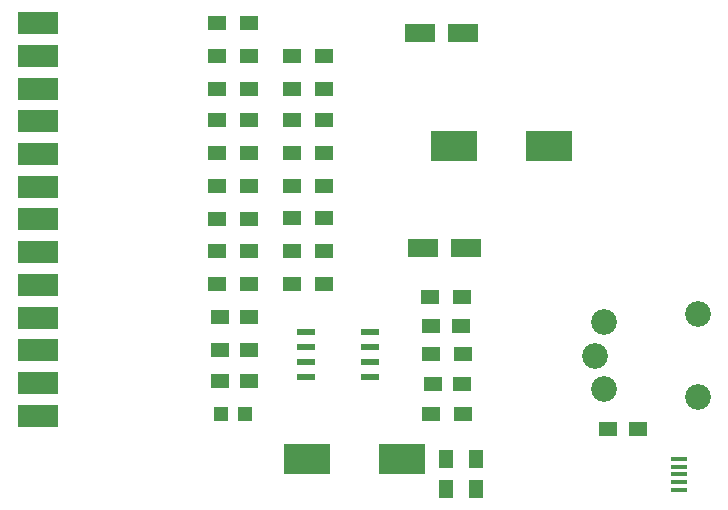
<source format=gtp>
%TF.GenerationSoftware,KiCad,Pcbnew,(5.1.9)-1*%
%TF.CreationDate,2021-01-10T22:28:58+11:00*%
%TF.ProjectId,pcb-covox-amp,7063622d-636f-4766-9f78-2d616d702e6b,3*%
%TF.SameCoordinates,Original*%
%TF.FileFunction,Paste,Top*%
%TF.FilePolarity,Positive*%
%FSLAX46Y46*%
G04 Gerber Fmt 4.6, Leading zero omitted, Abs format (unit mm)*
G04 Created by KiCad (PCBNEW (5.1.9)-1) date 2021-01-10 22:28:58*
%MOMM*%
%LPD*%
G01*
G04 APERTURE LIST*
%ADD10R,2.600000X1.600000*%
%ADD11R,4.000000X2.500000*%
%ADD12C,2.181860*%
%ADD13R,3.480000X1.846667*%
%ADD14R,1.500000X1.250000*%
%ADD15R,1.250000X1.500000*%
%ADD16R,1.350000X0.400000*%
%ADD17R,1.500000X1.300000*%
%ADD18R,1.550000X0.600000*%
%ADD19R,1.198880X1.198880*%
G04 APERTURE END LIST*
D10*
%TO.C,C10*%
X138503000Y-99582000D03*
X134903000Y-99582000D03*
%TD*%
%TO.C,C5*%
X138757000Y-117743000D03*
X135157000Y-117743000D03*
%TD*%
D11*
%TO.C,C7*%
X137783000Y-109107000D03*
X145783000Y-109107000D03*
%TD*%
%TO.C,C2*%
X133337000Y-135650000D03*
X125337000Y-135650000D03*
%TD*%
D12*
%TO.C,X1*%
X158427620Y-130349020D03*
X158427620Y-123351320D03*
X150431700Y-124052360D03*
X150431700Y-129647980D03*
X149730660Y-126848900D03*
%TD*%
D13*
%TO.C,J2*%
X102540000Y-98710000D03*
X102540000Y-101480000D03*
X102540000Y-104250000D03*
X102540000Y-107020000D03*
X102540000Y-109790000D03*
X102540000Y-112560000D03*
X102540000Y-115330000D03*
X102540000Y-118100000D03*
X102540000Y-120870000D03*
X102540000Y-123640000D03*
X102540000Y-126410000D03*
X102540000Y-129180000D03*
X102540000Y-131950000D03*
%TD*%
D14*
%TO.C,C1*%
X117927000Y-129046000D03*
X120427000Y-129046000D03*
%TD*%
D15*
%TO.C,C3*%
X137084000Y-135650000D03*
X137084000Y-138150000D03*
%TD*%
%TO.C,C4*%
X139624000Y-135650000D03*
X139624000Y-138150000D03*
%TD*%
D14*
%TO.C,C6*%
X135961000Y-129300000D03*
X138461000Y-129300000D03*
%TD*%
%TO.C,C8*%
X117927000Y-126379000D03*
X120427000Y-126379000D03*
%TD*%
%TO.C,C9*%
X117927000Y-123585000D03*
X120427000Y-123585000D03*
%TD*%
%TO.C,C11*%
X135834000Y-124347000D03*
X138334000Y-124347000D03*
%TD*%
D16*
%TO.C,P1*%
X156857460Y-138220900D03*
X156857460Y-137570900D03*
X156857460Y-136920900D03*
X156857460Y-136270900D03*
X156857460Y-135620900D03*
%TD*%
D17*
%TO.C,R1*%
X138434000Y-121934000D03*
X135734000Y-121934000D03*
%TD*%
%TO.C,R2*%
X138561000Y-126760000D03*
X135861000Y-126760000D03*
%TD*%
%TO.C,R3*%
X120400000Y-98693000D03*
X117700000Y-98693000D03*
%TD*%
%TO.C,R4*%
X120400000Y-101487000D03*
X117700000Y-101487000D03*
%TD*%
%TO.C,R5*%
X120400000Y-104281000D03*
X117700000Y-104281000D03*
%TD*%
%TO.C,R6*%
X120400000Y-106948000D03*
X117700000Y-106948000D03*
%TD*%
%TO.C,R7*%
X120400000Y-109742000D03*
X117700000Y-109742000D03*
%TD*%
%TO.C,R8*%
X120400000Y-112536000D03*
X117700000Y-112536000D03*
%TD*%
%TO.C,R9*%
X120400000Y-115330000D03*
X117700000Y-115330000D03*
%TD*%
%TO.C,R10*%
X120400000Y-117997000D03*
X117700000Y-117997000D03*
%TD*%
%TO.C,R11*%
X120400000Y-120791000D03*
X117700000Y-120791000D03*
%TD*%
%TO.C,R12*%
X126750000Y-101487000D03*
X124050000Y-101487000D03*
%TD*%
%TO.C,R13*%
X126750000Y-104281000D03*
X124050000Y-104281000D03*
%TD*%
%TO.C,R14*%
X126750000Y-106948000D03*
X124050000Y-106948000D03*
%TD*%
%TO.C,R15*%
X126750000Y-109742000D03*
X124050000Y-109742000D03*
%TD*%
%TO.C,R16*%
X126750000Y-112536000D03*
X124050000Y-112536000D03*
%TD*%
%TO.C,R17*%
X126750000Y-115203000D03*
X124050000Y-115203000D03*
%TD*%
%TO.C,R18*%
X126750000Y-117997000D03*
X124050000Y-117997000D03*
%TD*%
%TO.C,R19*%
X126750000Y-120791000D03*
X124050000Y-120791000D03*
%TD*%
D18*
%TO.C,U1*%
X125240000Y-124855000D03*
X125240000Y-126125000D03*
X125240000Y-127395000D03*
X125240000Y-128665000D03*
X130640000Y-128665000D03*
X130640000Y-127395000D03*
X130640000Y-126125000D03*
X130640000Y-124855000D03*
%TD*%
D19*
%TO.C,D1*%
X120099020Y-131840000D03*
X118000980Y-131840000D03*
%TD*%
D17*
%TO.C,R20*%
X138561000Y-131840000D03*
X135861000Y-131840000D03*
%TD*%
D14*
%TO.C,C12*%
X150820000Y-133110000D03*
X153320000Y-133110000D03*
%TD*%
M02*

</source>
